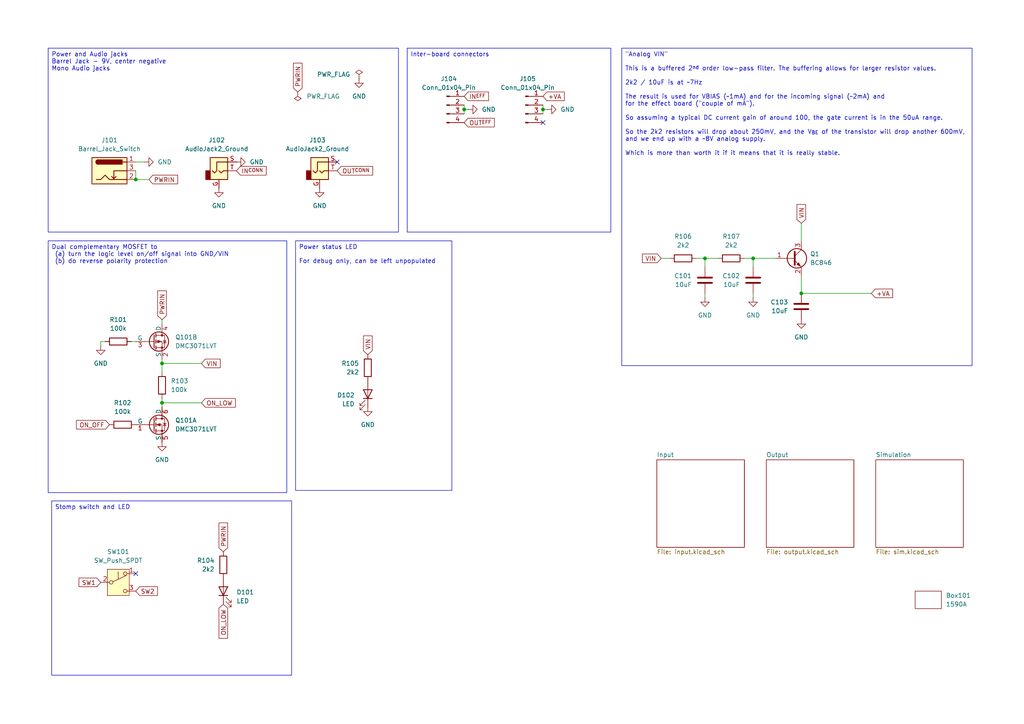
<source format=kicad_sch>
(kicad_sch (version 20250114) (generator "eeschema") (generator_version "9.0")
  (paper "A4")
  (title_block (title "Pedal Input board") (date "2025-08-18") (rev "v1.0"))
  (lib_symbols
    (symbol "Connector:Barrel_Jack_Switch" (pin_names (hide yes))
      (property "Reference" "J" (at 0 5.334 0))
      (property "Value" "Barrel_Jack_Switch" (at 0 -5.08 0))
      (symbol "Barrel_Jack_Switch_0_1"
        (rectangle (start -5.08 3.81) (end 5.08 -3.81) (stroke (width 0.254)) (fill (type background)))
        (polyline (pts (xy -3.81 -2.54) (xy -2.54 -2.54) (xy -1.27 -1.27) (xy 0 -2.54) (xy 2.54 -2.54) (xy 5.08 -2.54)) (stroke (width 0.254)))
        (arc (start -3.302 1.905) (mid -3.9343 2.54) (end -3.302 3.175) (stroke (width 0.254)))
        (arc (start -3.302 1.905) (mid -3.9343 2.54) (end -3.302 3.175) (stroke (width 0.254)) (fill (type outline)))
        (polyline (pts (xy 1.27 -2.286) (xy 1.905 -1.651)) (stroke (width 0.254)))
        (rectangle (start 3.683 3.175) (end -3.302 1.905) (stroke (width 0.254)) (fill (type outline)))
        (polyline (pts (xy 5.08 2.54) (xy 3.81 2.54)) (stroke (width 0.254)))
        (polyline (pts (xy 5.08 0) (xy 1.27 0) (xy 1.27 -2.286) (xy 0.635 -1.651)) (stroke (width 0.254)))
      )
      (symbol "Barrel_Jack_Switch_1_1"
        (pin passive line (at 7.62 2.54 180) (length 2.54) (name "~") (number "1"))
        (pin passive line (at 7.62 0 180) (length 2.54) (name "~") (number "3"))
        (pin passive line (at 7.62 -2.54 180) (length 2.54) (name "~") (number "2"))
      )
    )
    (symbol "Connector:Conn_01x04_Pin" (pin_names (offset 1.016) (hide yes))
      (property "Reference" "J" (at 0 5.08 0))
      (property "Value" "Conn_01x04_Pin" (at 0 -7.62 0))
      (symbol "Conn_01x04_Pin_1_1"
        (rectangle (start 0.8636 2.667) (end 0 2.413) (stroke (width 0.1524)) (fill (type outline)))
        (rectangle (start 0.8636 0.127) (end 0 -0.127) (stroke (width 0.1524)) (fill (type outline)))
        (rectangle (start 0.8636 -2.413) (end 0 -2.667) (stroke (width 0.1524)) (fill (type outline)))
        (rectangle (start 0.8636 -4.953) (end 0 -5.207) (stroke (width 0.1524)) (fill (type outline)))
        (polyline (pts (xy 1.27 2.54) (xy 0.8636 2.54)) (stroke (width 0.1524)))
        (polyline (pts (xy 1.27 0) (xy 0.8636 0)) (stroke (width 0.1524)))
        (polyline (pts (xy 1.27 -2.54) (xy 0.8636 -2.54)) (stroke (width 0.1524)))
        (polyline (pts (xy 1.27 -5.08) (xy 0.8636 -5.08)) (stroke (width 0.1524)))
        (pin passive line (at 5.08 2.54 180) (length 3.81) (name "Pin_1") (number "1"))
        (pin passive line (at 5.08 0 180) (length 3.81) (name "Pin_2") (number "2"))
        (pin passive line (at 5.08 -2.54 180) (length 3.81) (name "Pin_3") (number "3"))
        (pin passive line (at 5.08 -5.08 180) (length 3.81) (name "Pin_4") (number "4"))
      )
    )
    (symbol "Connector_Audio:AudioJack2_Ground"
      (property "Reference" "J" (at 0 8.89 0))
      (property "Value" "AudioJack2_Ground" (at 0 6.35 0))
      (symbol "AudioJack2_Ground_0_1"
        (rectangle (start -2.54 -2.54) (end -3.81 0) (stroke (width 0.254)) (fill (type outline)))
        (polyline (pts (xy 0 0) (xy 0.635 -0.635) (xy 1.27 0) (xy 2.54 0)) (stroke (width 0.254)))
        (rectangle (start 2.54 3.81) (end -2.54 -2.54) (stroke (width 0.254)) (fill (type background)))
        (polyline (pts (xy 2.54 2.54) (xy -0.635 2.54) (xy -0.635 0) (xy -1.27 -0.635) (xy -1.905 0)) (stroke (width 0.254)))
      )
      (symbol "AudioJack2_Ground_1_1"
        (pin passive line (at 0 -5.08 90) (length 2.54) (name "~") (number "G"))
        (pin passive line (at 5.08 2.54 180) (length 2.54) (name "~") (number "S"))
        (pin passive line (at 5.08 0 180) (length 2.54) (name "~") (number "T"))
      )
    )
    (symbol "Device:C" (pin_numbers (hide yes)) (pin_names (offset 0.254))
      (property "Reference" "C" (at 0.635 2.54 0))
      (property "Value" "C" (at 0.635 -2.54 0))
      (symbol "C_0_1"
        (polyline (pts (xy -2.032 0.762) (xy 2.032 0.762)) (stroke (width 0.508)))
        (polyline (pts (xy -2.032 -0.762) (xy 2.032 -0.762)) (stroke (width 0.508)))
      )
      (symbol "C_1_1"
        (pin passive line (at 0 3.81 270) (length 2.794) (name "~") (number "1"))
        (pin passive line (at 0 -3.81 90) (length 2.794) (name "~") (number "2"))
      )
    )
    (symbol "Device:LED" (pin_numbers (hide yes)) (pin_names (offset 1.016) (hide yes))
      (property "Reference" "D" (at 0 2.54 0))
      (property "Value" "LED" (at 0 -2.54 0))
      (symbol "LED_0_1"
        (polyline (pts (xy -3.048 -0.762) (xy -4.572 -2.286) (xy -3.81 -2.286) (xy -4.572 -2.286) (xy -4.572 -1.524)))
        (polyline (pts (xy -1.778 -0.762) (xy -3.302 -2.286) (xy -2.54 -2.286) (xy -3.302 -2.286) (xy -3.302 -1.524)))
        (polyline (pts (xy -1.27 0) (xy 1.27 0)))
        (polyline (pts (xy -1.27 -1.27) (xy -1.27 1.27)) (stroke (width 0.254)))
        (polyline (pts (xy 1.27 -1.27) (xy 1.27 1.27) (xy -1.27 0) (xy 1.27 -1.27)) (stroke (width 0.254)))
      )
      (symbol "LED_1_1"
        (pin passive line (at -3.81 0 0) (length 2.54) (name "K") (number "1"))
        (pin passive line (at 3.81 0 180) (length 2.54) (name "A") (number "2"))
      )
    )
    (symbol "Device:R" (pin_numbers (hide yes)) (pin_names (offset 0))
      (property "Reference" "R" (at 2.032 0 90))
      (property "Value" "R" (at 0 0 90))
      (symbol "R_0_1"
        (rectangle (start -1.016 -2.54) (end 1.016 2.54) (stroke (width 0.254)))
      )
      (symbol "R_1_1"
        (pin passive line (at 0 3.81 270) (length 1.27) (name "~") (number "1"))
        (pin passive line (at 0 -3.81 90) (length 1.27) (name "~") (number "2"))
      )
    )
    (symbol "Mylib:BC846" (pin_names (offset 0) (hide yes))
      (property "Reference" "Q" (at 5.08 1.27 0))
      (property "Value" "BC846" (at 5.08 -1.27 0))
      (symbol "BC846_0_1"
        (polyline (pts (xy -2.54 0) (xy 0.635 0)))
        (polyline (pts (xy 0.635 1.905) (xy 0.635 -1.905)) (stroke (width 0.508)))
        (circle (center 1.27 0) (radius 2.8194) (stroke (width 0.254)))
      )
      (symbol "BC846_1_1"
        (polyline (pts (xy 0.635 0.635) (xy 2.54 2.54)))
        (polyline (pts (xy 0.635 -0.635) (xy 2.54 -2.54)))
        (polyline (pts (xy 1.27 -1.778) (xy 1.778 -1.27) (xy 2.286 -2.286) (xy 1.27 -1.778)) (fill (type outline)))
        (pin input line (at -5.08 0 0) (length 2.54) (name "B") (number "1"))
        (pin passive line (at 2.54 5.08 270) (length 2.54) (name "C") (number "3"))
        (pin passive line (at 2.54 -5.08 90) (length 2.54) (name "E") (number "2"))
      )
    )
    (symbol "Mylib:DMC3071LVT" (pin_names (offset 0))
      (property "Reference" "Q" (at 2.54 1.905 0))
      (property "Value" "DMC3071LVT" (at 2.54 0 0))
      (symbol "DMC3071LVT_0_1"
        (polyline (pts (xy -2.286 1.905) (xy -2.286 -1.905)) (stroke (width 0.254)))
        (polyline (pts (xy -2.286 0) (xy -5.08 0)))
        (polyline (pts (xy -1.778 2.286) (xy -1.778 1.27)) (stroke (width 0.254)))
        (polyline (pts (xy -1.778 0.508) (xy -1.778 -0.508)) (stroke (width 0.254)))
        (polyline (pts (xy -1.778 -1.27) (xy -1.778 -2.286)) (stroke (width 0.254)))
        (polyline (pts (xy -1.778 -1.778) (xy 0.762 -1.778) (xy 0.762 1.778) (xy -1.778 1.778)))
        (circle (center -0.889 0) (radius 2.794) (stroke (width 0.254)))
        (polyline (pts (xy 0 2.54) (xy 0 1.778)))
        (circle (center 0 1.778) (radius 0.254) (fill (type outline)))
        (circle (center 0 -1.778) (radius 0.254) (fill (type outline)))
        (polyline (pts (xy 0 -2.54) (xy 0 0) (xy -1.778 0)))
      )
      (symbol "DMC3071LVT_1_1"
        (polyline (pts (xy -1.524 0) (xy -0.508 0.381) (xy -0.508 -0.381) (xy -1.524 0)) (fill (type outline)))
        (polyline (pts (xy 0.254 0.508) (xy 0.381 0.381) (xy 1.143 0.381) (xy 1.27 0.254)))
        (polyline (pts (xy 0.762 0.381) (xy 0.381 -0.254) (xy 1.143 -0.254) (xy 0.762 0.381)))
        (pin passive line (at -7.62 0 0) (length 2.54) (name "G") (number "1"))
        (pin passive line (at 0 5.08 270) (length 2.54) (name "D") (number "6"))
        (pin passive line (at 0 -5.08 90) (length 2.54) (name "S") (number "5"))
      )
      (symbol "DMC3071LVT_2_1"
        (polyline (pts (xy -0.254 0) (xy -1.27 0.381) (xy -1.27 -0.381) (xy -0.254 0)) (fill (type outline)))
        (polyline (pts (xy 0.254 -0.508) (xy 0.381 -0.381) (xy 1.143 -0.381) (xy 1.27 -0.254)))
        (polyline (pts (xy 0.762 -0.381) (xy 0.381 0.254) (xy 1.143 0.254) (xy 0.762 -0.381)))
        (pin passive line (at -7.62 0 0) (length 2.54) (name "G") (number "3"))
        (pin passive line (at 0 5.08 270) (length 2.54) (name "D") (number "4"))
        (pin passive line (at 0 -5.08 90) (length 2.54) (name "S") (number "2"))
      )
    )
    (symbol "Mylib:Enclosure_1590A" (exclude_from_sim yes)
      (property "Reference" "Box" (at 0 0 0))
      (property "Value" "1590A" (at 0 -2.54 0))
      (symbol "Enclosure_1590A_0_1"
        (rectangle (start -3.81 1.27) (end 3.81 -3.81))
      )
    )
    (symbol "Switch:SW_Push_SPDT" (pin_names (offset 0) (hide yes))
      (property "Reference" "SW" (at 0 5.08 0))
      (property "Value" "SW_Push_SPDT" (at 0 -5.08 0))
      (symbol "SW_Push_SPDT_0_0"
        (circle (center -2.032 0) (radius 0.508))
        (polyline (pts (xy 0 1.016) (xy 0 3.048)))
        (circle (center 2.032 -2.54) (radius 0.508))
      )
      (symbol "SW_Push_SPDT_0_1"
        (polyline (pts (xy -1.524 0.2032) (xy 2.3368 1.9812)))
        (circle (center 2.032 2.54) (radius 0.508))
      )
      (symbol "SW_Push_SPDT_1_1"
        (rectangle (start -3.175 3.81) (end 3.175 -3.81) (fill (type background)))
        (pin passive line (at -5.08 0 0) (length 2.54) (name "B") (number "2"))
        (pin passive line (at 5.08 2.54 180) (length 2.54) (name "A") (number "1"))
        (pin passive line (at 5.08 -2.54 180) (length 2.54) (name "C") (number "3"))
      )
    )
    (symbol "power:GND" (power) (pin_numbers (hide yes)) (pin_names (offset 0) (hide yes))
      (property "Value" "GND" (at 0 -3.81 0))
      (symbol "GND_0_1"
        (polyline (pts (xy 0 0) (xy 0 -1.27) (xy 1.27 -1.27) (xy 0 -2.54) (xy -1.27 -1.27) (xy 0 -1.27)))
      )
      (symbol "GND_1_1"
        (pin power_in line (at 0 0 270) (length 0) (name "~") (number "1"))
      )
    )
    (symbol "power:PWR_FLAG" (power) (pin_numbers (hide yes)) (pin_names (offset 0) (hide yes))
      (property "Value" "PWR_FLAG" (at 0 3.81 0))
      (symbol "PWR_FLAG_0_0"
        (pin power_out line (at 0 0 90) (length 0) (name "~") (number "1"))
      )
      (symbol "PWR_FLAG_0_1"
        (polyline (pts (xy 0 0) (xy 0 1.27) (xy -1.016 1.905) (xy 0 2.54) (xy 1.016 1.905) (xy 0 1.27)))
      )
    )
  )
  (text_box "Power and Audio jacks\nBarrel Jack - 9V, center negative\nMono Audio jacks" (at 13.97 13.97 0) (size 101.6 53.34) (margins 0.9525 0.9525 0.9525 0.9525) (effects (font (size 1.27 1.27)) (justify left top)))
  (text_box "Dual complementary MOSFET to\n (a) turn the logic level on/off signal into GND/VIN\n (b) do reverse polarity protection" (at 13.97 69.85 0) (size 69.215 73.025) (margins 0.9525 0.9525 0.9525 0.9525) (effects (font (size 1.27 1.27)) (justify left top)))
  (text_box "\"Analog VIN\"\n\nThis is a buffered 2^{nd} order low-pass filter. The buffering allows for larger resistor values.\n\n2k2 / 10uF is at ~7Hz\n\nThe result is used for VBIAS (~1mA) and for the incoming signal (~2mA) and\nfor the effect board (\"couple of mA\").\n\nSo assuming a typical DC current gain of around 100, the gate current is in the 50uA range.\n\nSo the 2k2 resistors will drop about 250mV, and the V_{BE} of the transistor will drop another 600mV, and we end up with a ~8V analog supply. \n\nWhich is more than worth it if it means that it is really stable." (at 180.34 13.97 0) (size 101.6 92.075) (margins 0.9525 0.9525 0.9525 0.9525) (effects (font (size 1.27 1.27)) (justify left top)))
  (text_box "Stomp switch and LED" (at 14.986 145.288 0) (size 69.596 50.546) (margins 0.9525 0.9525 0.9525 0.9525) (effects (font (size 1.27 1.27)) (justify left top)))
  (text_box "Power status LED\n\nFor debug only, can be left unpopulated" (at 85.725 69.85 0) (size 45.339 72.39) (margins 0.9525 0.9525 0.9525 0.9525) (effects (font (size 1.27 1.27)) (justify left top)))
  (text_box "Inter-board connectors" (at 118.11 13.97 0) (size 59.055 53.34) (margins 0.9525 0.9525 0.9525 0.9525) (effects (font (size 1.27 1.27)) (justify left top)))
  (junction (at 46.99 116.84))
  (junction (at 232.41 85.09))
  (junction (at 204.47 74.93))
  (junction (at 157.48 31.75))
  (junction (at 218.44 74.93))
  (junction (at 46.99 105.41))
  (junction (at 134.62 31.75))
  (junction (at 39.37 52.07))
  (no_connect (at 97.79 46.99))
  (no_connect (at 157.48 35.56))
  (no_connect (at 39.37 166.37))
  (wire (pts (xy 191.77 74.93) (xy 194.31 74.93)))
  (wire (pts (xy 134.62 30.48) (xy 134.62 31.75)))
  (wire (pts (xy 134.62 31.75) (xy 135.89 31.75)))
  (wire (pts (xy 29.21 99.06) (xy 30.48 99.06)))
  (wire (pts (xy 46.99 105.41) (xy 58.42 105.41)))
  (wire (pts (xy 218.44 85.09) (xy 218.44 86.36)))
  (wire (pts (xy 204.47 85.09) (xy 204.47 86.36)))
  (wire (pts (xy 46.99 105.41) (xy 46.99 104.14)))
  (wire (pts (xy 46.99 116.84) (xy 46.99 118.11)))
  (wire (pts (xy 157.48 31.75) (xy 158.75 31.75)))
  (wire (pts (xy 232.41 85.09) (xy 252.73 85.09)))
  (wire (pts (xy 46.99 115.57) (xy 46.99 116.84)))
  (wire (pts (xy 157.48 31.75) (xy 157.48 33.02)))
  (wire (pts (xy 232.41 64.77) (xy 232.41 69.85)))
  (wire (pts (xy 218.44 74.93) (xy 224.79 74.93)))
  (wire (pts (xy 232.41 80.01) (xy 232.41 85.09)))
  (wire (pts (xy 38.1 99.06) (xy 39.37 99.06)))
  (wire (pts (xy 46.99 116.84) (xy 58.42 116.84)))
  (wire (pts (xy 204.47 74.93) (xy 204.47 77.47)))
  (wire (pts (xy 29.21 100.33) (xy 29.21 99.06)))
  (wire (pts (xy 46.99 107.95) (xy 46.99 105.41)))
  (wire (pts (xy 46.99 93.98) (xy 46.99 92.71)))
  (wire (pts (xy 215.9 74.93) (xy 218.44 74.93)))
  (wire (pts (xy 39.37 52.07) (xy 43.18 52.07)))
  (wire (pts (xy 201.93 74.93) (xy 204.47 74.93)))
  (wire (pts (xy 39.37 46.99) (xy 41.91 46.99)))
  (wire (pts (xy 39.37 49.53) (xy 39.37 52.07)))
  (wire (pts (xy 204.47 74.93) (xy 208.28 74.93)))
  (wire (pts (xy 157.48 30.48) (xy 157.48 31.75)))
  (wire (pts (xy 218.44 74.93) (xy 218.44 77.47)))
  (wire (pts (xy 134.62 31.75) (xy 134.62 33.02)))
  (global_label "ON_LOW" (shape input) (at 58.42 116.84 0) (property "Intersheetrefs" "${INTERSHEET_REFS}" (effects (hide yes))))
  (global_label "SW1" (shape input) (at 29.21 168.91 180) (property "Intersheetrefs" "${INTERSHEET_REFS}" (effects (hide yes))))
  (global_label "PWRIN" (shape input) (at 64.77 160.02 90) (property "Intersheetrefs" "${INTERSHEET_REFS}" (effects (hide yes))))
  (global_label "IN^{EFF}" (shape input) (at 134.62 27.94 0) (property "Intersheetrefs" "${INTERSHEET_REFS}" (effects (hide yes))))
  (global_label "VIN" (shape input) (at 106.68 102.87 90) (property "Intersheetrefs" "${INTERSHEET_REFS}" (effects (hide yes))))
  (global_label "OUT^{CONN}" (shape input) (at 97.79 49.53 0) (property "Intersheetrefs" "${INTERSHEET_REFS}" (effects (hide yes))))
  (global_label "VIN" (shape input) (at 191.77 74.93 180) (property "Intersheetrefs" "${INTERSHEET_REFS}" (effects (hide yes))))
  (global_label "+VA" (shape input) (at 157.48 27.94 0) (property "Intersheetrefs" "${INTERSHEET_REFS}" (effects (hide yes))))
  (global_label "VIN" (shape input) (at 58.42 105.41 0) (property "Intersheetrefs" "${INTERSHEET_REFS}" (effects (hide yes))))
  (global_label "IN^{CONN}" (shape input) (at 68.58 49.53 0) (property "Intersheetrefs" "${INTERSHEET_REFS}" (effects (hide yes))))
  (global_label "OUT^{EFF}" (shape input) (at 134.62 35.56 0) (property "Intersheetrefs" "${INTERSHEET_REFS}" (effects (hide yes))))
  (global_label "ON_LOW" (shape input) (at 64.77 175.26 270) (property "Intersheetrefs" "${INTERSHEET_REFS}" (effects (hide yes))))
  (global_label "SW2" (shape input) (at 39.37 171.45 0) (property "Intersheetrefs" "${INTERSHEET_REFS}" (effects (hide yes))))
  (global_label "PWRIN" (shape input) (at 86.36 26.67 90) (property "Intersheetrefs" "${INTERSHEET_REFS}" (effects (hide yes))))
  (global_label "PWRIN" (shape input) (at 43.18 52.07 0) (property "Intersheetrefs" "${INTERSHEET_REFS}" (effects (hide yes))))
  (global_label "VIN" (shape input) (at 232.41 64.77 90) (property "Intersheetrefs" "${INTERSHEET_REFS}" (effects (hide yes))))
  (global_label "+VA" (shape input) (at 252.73 85.09 0) (property "Intersheetrefs" "${INTERSHEET_REFS}" (effects (hide yes))))
  (global_label "ON_OFF" (shape input) (at 31.75 123.19 180) (property "Intersheetrefs" "${INTERSHEET_REFS}" (effects (hide yes))))
  (global_label "PWRIN" (shape input) (at 46.99 92.71 90) (property "Intersheetrefs" "${INTERSHEET_REFS}" (effects (hide yes))))
  (symbol (lib_id "Device:C") (at 232.41 88.9 0) (mirror y) (unit 1)
    (property "Reference" "C103" (at 228.6 87.6299 0) (effects (justify left)))
    (property "Value" "10uF" (at 228.6 90.1699 0) (effects (justify left)))
    (property "Footprint" "Capacitor_SMD:C_1206_3216Metric" (effects (hide yes)))
    (property "Description" "Unpolarized capacitor" (effects (hide yes)))
  )
  (symbol (lib_id "Connector_Audio:AudioJack2_Ground") (at 63.5 49.53 0) (unit 1) (exclude_from_sim yes)
    (property "Reference" "J102" (at 62.865 40.64 0))
    (property "Value" "AudioJack2_Ground" (at 62.865 43.18 0))
    (property "Footprint" "Mylib:CK-6.35" (effects (hide yes)))
    (property "Description" "Audio Jack, 2 Poles (Mono / TS), Grounded Sleeve" (effects (hide yes)))
  )
  (symbol (lib_id "power:GND") (at 68.58 46.99 90) (unit 1)
    (property "Reference" "#PWR0105" (effects (hide yes)))
    (property "Value" "GND" (at 72.39 46.9899 90) (effects (justify right)))
    (property "Description" "Power symbol creates a global label with name \"GND\" , ground" (effects (hide yes)))
  )
  (symbol (lib_id "power:GND") (at 204.47 86.36 0) (unit 1)
    (property "Reference" "#PWR0111" (effects (hide yes)))
    (property "Value" "GND" (at 204.47 91.44 0))
    (property "Description" "Power symbol creates a global label with name \"GND\" , ground" (effects (hide yes)))
  )
  (symbol (lib_id "Mylib:Enclosure_1590A") (at 269.24 172.72 0) (unit 1) (exclude_from_sim yes)
    (property "Reference" "Box101" (at 274.32 172.7199 0) (effects (justify left)))
    (property "Value" "1590A" (at 274.32 175.2599 0) (effects (justify left)))
    (property "Footprint" "Mylib:1590A" (effects (hide yes)))
    (property "Datasheet" "https://www.hammfg.com/files/parts/pdf/1590A.pdf" (effects (hide yes)))
    (property "Description" "Guitar pedal enclosure" (effects (hide yes)))
  )
  (symbol (lib_id "Device:R") (at 106.68 106.68 0) (mirror y) (unit 1)
    (property "Reference" "R105" (at 104.14 105.4099 0) (effects (justify left)))
    (property "Value" "2k2" (at 104.14 107.9499 0) (effects (justify left)))
    (property "Footprint" "Resistor_SMD:R_0805_2012Metric" (effects (hide yes)))
    (property "Description" "Resistor" (effects (hide yes)))
  )
  (symbol (lib_id "Device:LED") (at 106.68 114.3 270) (mirror x) (unit 1)
    (property "Reference" "D102" (at 102.87 114.6174 90) (effects (justify right)))
    (property "Value" "LED" (at 102.87 117.1574 90) (effects (justify right)))
    (property "Footprint" "LED_SMD:LED_0805_2012Metric" (effects (hide yes)))
    (property "Description" "Light emitting diode" (effects (hide yes)))
    (property "Sim.Pins" "1=K 2=A" (effects (hide yes)))
    (property "Sim.Device" "D" (effects (hide yes)))
  )
  (symbol (lib_id "Mylib:DMC3071LVT") (at 46.99 99.06 0) (unit 2)
    (property "Reference" "Q101" (at 50.8 97.7899 0) (effects (justify left)))
    (property "Value" "DMC3071LVT" (at 50.8 100.3299 0) (effects (justify left)))
    (property "Footprint" "Package_TO_SOT_SMD:TSOT-23-6" (effects (hide yes)))
    (property "Datasheet" "https://www.diodes.com/datasheet/download/DMC3071LVT.pdf" (effects (hide yes)))
    (property "Description" "Complementary pair enhancement mode MOSFET, TSOT-23-6" (effects (hide yes)))
    (property "Sim.Library" "spice/DMC3071LVT.lib" (effects (hide yes)))
    (property "Sim.Name" "DMC3071LVT" (effects (hide yes)))
    (property "Sim.Device" "SUBCKT" (effects (hide yes)))
    (property "Sim.Pins" "1=G1 2=S2 3=G2 4=D2 5=S1 6=D1" (effects (hide yes)))
  )
  (symbol (lib_id "Device:R") (at 198.12 74.93 90) (unit 1)
    (property "Reference" "R106" (at 198.12 68.58 90))
    (property "Value" "2k2" (at 198.12 71.12 90))
    (property "Footprint" "Resistor_SMD:R_0805_2012Metric" (effects (hide yes)))
    (property "Description" "Resistor" (effects (hide yes)))
  )
  (symbol (lib_id "Device:R") (at 35.56 123.19 90) (unit 1)
    (property "Reference" "R102" (at 35.56 116.84 90))
    (property "Value" "100k" (at 35.56 119.38 90))
    (property "Footprint" "Resistor_SMD:R_0805_2012Metric" (effects (hide yes)))
    (property "Description" "Resistor" (effects (hide yes)))
  )
  (symbol (lib_id "Connector:Barrel_Jack_Switch") (at 31.75 49.53 0) (unit 1) (exclude_from_sim yes)
    (property "Reference" "J101" (at 31.75 40.64 0))
    (property "Value" "Barrel_Jack_Switch" (at 31.75 43.18 0))
    (property "Footprint" "Mylib:Wurth WR-DC 2.1mm Power Jack" (effects (hide yes)))
    (property "Description" "DC Barrel Jack with an internal switch" (effects (hide yes)))
  )
  (symbol (lib_id "Device:R") (at 34.29 99.06 270) (unit 1)
    (property "Reference" "R101" (at 34.29 92.71 90))
    (property "Value" "100k" (at 34.29 95.25 90))
    (property "Footprint" "Resistor_SMD:R_0805_2012Metric" (effects (hide yes)))
    (property "Description" "Resistor" (effects (hide yes)))
  )
  (symbol (lib_id "power:PWR_FLAG") (at 86.36 26.67 180) (unit 1)
    (property "Reference" "#FLG0101" (effects (hide yes)))
    (property "Value" "PWR_FLAG" (at 88.9 27.9399 0) (effects (justify right)))
    (property "Description" "Special symbol for telling ERC where power comes from" (effects (hide yes)))
  )
  (symbol (lib_id "power:GND") (at 92.71 54.61 0) (unit 1)
    (property "Reference" "#PWR0106" (effects (hide yes)))
    (property "Value" "GND" (at 92.71 59.69 0))
    (property "Description" "Power symbol creates a global label with name \"GND\" , ground" (effects (hide yes)))
  )
  (symbol (lib_id "Mylib:DMC3071LVT") (at 46.99 123.19 0) (unit 1)
    (property "Reference" "Q101" (at 50.8 121.9199 0) (effects (justify left)))
    (property "Value" "DMC3071LVT" (at 50.8 124.4599 0) (effects (justify left)))
    (property "Footprint" "Package_TO_SOT_SMD:TSOT-23-6" (effects (hide yes)))
    (property "Datasheet" "https://www.diodes.com/datasheet/download/DMC3071LVT.pdf" (effects (hide yes)))
    (property "Description" "Complementary pair enhancement mode MOSFET, TSOT-23-6" (effects (hide yes)))
    (property "Sim.Library" "spice/DMC3071LVT.lib" (effects (hide yes)))
    (property "Sim.Name" "DMC3071LVT" (effects (hide yes)))
    (property "Sim.Device" "SUBCKT" (effects (hide yes)))
    (property "Sim.Pins" "1=G1 2=S2 3=G2 4=D2 5=S1 6=D1" (effects (hide yes)))
  )
  (symbol (lib_id "power:GND") (at 104.14 22.86 0) (unit 1)
    (property "Reference" "#PWR0107" (effects (hide yes)))
    (property "Value" "GND" (at 104.14 27.94 0))
    (property "Description" "Power symbol creates a global label with name \"GND\" , ground" (effects (hide yes)))
  )
  (symbol (lib_id "power:GND") (at 232.41 92.71 0) (unit 1)
    (property "Reference" "#PWR0113" (effects (hide yes)))
    (property "Value" "GND" (at 232.41 97.79 0))
    (property "Description" "Power symbol creates a global label with name \"GND\" , ground" (effects (hide yes)))
  )
  (symbol (lib_id "Device:C") (at 218.44 81.28 0) (mirror y) (unit 1)
    (property "Reference" "C102" (at 214.63 80.0099 0) (effects (justify left)))
    (property "Value" "10uF" (at 214.63 82.5499 0) (effects (justify left)))
    (property "Footprint" "Capacitor_SMD:C_1206_3216Metric" (effects (hide yes)))
    (property "Description" "Unpolarized capacitor" (effects (hide yes)))
  )
  (symbol (lib_id "power:GND") (at 158.75 31.75 90) (unit 1)
    (property "Reference" "#PWR0110" (effects (hide yes)))
    (property "Value" "GND" (at 162.56 31.7499 90) (effects (justify right)))
    (property "Description" "Power symbol creates a global label with name \"GND\" , ground" (effects (hide yes)))
  )
  (symbol (lib_id "Connector:Conn_01x04_Pin") (at 152.4 30.48 0) (unit 1) (exclude_from_sim yes)
    (property "Reference" "J105" (at 153.035 22.86 0))
    (property "Value" "Conn_01x04_Pin" (at 153.035 25.4 0))
    (property "Footprint" "Connector_PinSocket_2.54mm:PinSocket_1x04_P2.54mm_Vertical" (effects (hide yes)))
    (property "Description" "Generic connector, single row, 01x04, script generated" (effects (hide yes)))
  )
  (symbol (lib_id "Device:C") (at 204.47 81.28 0) (mirror y) (unit 1)
    (property "Reference" "C101" (at 200.66 80.0099 0) (effects (justify left)))
    (property "Value" "10uF" (at 200.66 82.5499 0) (effects (justify left)))
    (property "Footprint" "Capacitor_SMD:C_1206_3216Metric" (effects (hide yes)))
    (property "Description" "Unpolarized capacitor" (effects (hide yes)))
  )
  (symbol (lib_id "power:GND") (at 46.99 128.27 0) (unit 1)
    (property "Reference" "#PWR0103" (effects (hide yes)))
    (property "Value" "GND" (at 46.99 133.35 0))
    (property "Description" "Power symbol creates a global label with name \"GND\" , ground" (effects (hide yes)))
  )
  (symbol (lib_id "Device:R") (at 64.77 163.83 0) (mirror y) (unit 1)
    (property "Reference" "R104" (at 62.23 162.5599 0) (effects (justify left)))
    (property "Value" "2k2" (at 62.23 165.0999 0) (effects (justify left)))
    (property "Footprint" "Resistor_SMD:R_0805_2012Metric" (effects (hide yes)))
    (property "Description" "Resistor" (effects (hide yes)))
  )
  (symbol (lib_id "Device:R") (at 46.99 111.76 0) (unit 1)
    (property "Reference" "R103" (at 49.53 110.4899 0) (effects (justify left)))
    (property "Value" "100k" (at 49.53 113.0299 0) (effects (justify left)))
    (property "Footprint" "Resistor_SMD:R_0805_2012Metric" (effects (hide yes)))
    (property "Description" "Resistor" (effects (hide yes)))
  )
  (symbol (lib_id "power:GND") (at 135.89 31.75 90) (unit 1)
    (property "Reference" "#PWR0109" (effects (hide yes)))
    (property "Value" "GND" (at 139.7 31.7499 90) (effects (justify right)))
    (property "Description" "Power symbol creates a global label with name \"GND\" , ground" (effects (hide yes)))
  )
  (symbol (lib_id "Switch:SW_Push_SPDT") (at 34.29 168.91 0) (unit 1)
    (property "Reference" "SW101" (at 34.29 160.02 0))
    (property "Value" "SW_Push_SPDT" (at 34.29 162.56 0))
    (property "Footprint" "Mylib:PBS-24-102P" (effects (hide yes)))
    (property "Description" "Momentary Switch, single pole double throw" (effects (hide yes)))
  )
  (symbol (lib_id "Connector:Conn_01x04_Pin") (at 129.54 30.48 0) (unit 1) (exclude_from_sim yes)
    (property "Reference" "J104" (at 130.175 22.86 0))
    (property "Value" "Conn_01x04_Pin" (at 130.175 25.4 0))
    (property "Footprint" "Connector_PinSocket_2.54mm:PinSocket_1x04_P2.54mm_Vertical" (effects (hide yes)))
    (property "Description" "Generic connector, single row, 01x04, script generated" (effects (hide yes)))
  )
  (symbol (lib_id "power:PWR_FLAG") (at 104.14 22.86 0) (mirror y) (unit 1)
    (property "Reference" "#FLG0102" (effects (hide yes)))
    (property "Value" "PWR_FLAG" (at 101.6 21.5899 0) (effects (justify left)))
    (property "Description" "Special symbol for telling ERC where power comes from" (effects (hide yes)))
  )
  (symbol (lib_id "power:GND") (at 41.91 46.99 90) (unit 1)
    (property "Reference" "#PWR0102" (effects (hide yes)))
    (property "Value" "GND" (at 45.72 46.9899 90) (effects (justify right)))
    (property "Description" "Power symbol creates a global label with name \"GND\" , ground" (effects (hide yes)))
  )
  (symbol (lib_id "power:GND") (at 218.44 86.36 0) (unit 1)
    (property "Reference" "#PWR0112" (effects (hide yes)))
    (property "Value" "GND" (at 218.44 91.44 0))
    (property "Description" "Power symbol creates a global label with name \"GND\" , ground" (effects (hide yes)))
  )
  (symbol (lib_id "Device:LED") (at 64.77 171.45 90) (unit 1)
    (property "Reference" "D101" (at 68.58 171.7674 90) (effects (justify right)))
    (property "Value" "LED" (at 68.58 174.3074 90) (effects (justify right)))
    (property "Footprint" "LED_THT:LED_D5.0mm" (effects (hide yes)))
    (property "Description" "Light emitting diode" (effects (hide yes)))
    (property "Sim.Pins" "1=K 2=A" (effects (hide yes)))
    (property "Sim.Device" "D" (effects (hide yes)))
    (property "Sim.Params" "bv_max=5 id_max=0.02" (effects (hide yes)))
  )
  (symbol (lib_id "power:GND") (at 106.68 118.11 0) (unit 1)
    (property "Reference" "#PWR0108" (effects (hide yes)))
    (property "Value" "GND" (at 106.68 123.19 0))
    (property "Description" "Power symbol creates a global label with name \"GND\" , ground" (effects (hide yes)))
  )
  (symbol (lib_id "Mylib:BC846") (at 229.87 74.93 0) (unit 1)
    (property "Reference" "Q1" (at 234.95 73.6599 0) (effects (justify left)))
    (property "Value" "BC846" (at 234.95 76.1999 0) (effects (justify left)))
    (property "Footprint" "Package_TO_SOT_SMD:SOT-23" (effects (hide yes)))
    (property "Datasheet" "https://assets.nexperia.com/documents/data-sheet/BC846X-Q_SER.pdf" (effects (hide yes)))
    (property "Description" "NPN transistor, base/emitter/collector" (effects (hide yes)))
    (property "Sim.Library" "spice/BC846A.lib" (effects (hide yes)))
    (property "Sim.Name" "BC846A" (effects (hide yes)))
    (property "Sim.Device" "SUBCKT" (effects (hide yes)))
    (property "Sim.Pins" "1=B 2=E 3=C" (effects (hide yes)))
  )
  (symbol (lib_id "Connector_Audio:AudioJack2_Ground") (at 92.71 49.53 0) (unit 1) (exclude_from_sim yes)
    (property "Reference" "J103" (at 92.075 40.64 0))
    (property "Value" "AudioJack2_Ground" (at 92.075 43.18 0))
    (property "Footprint" "Mylib:CK-6.35" (effects (hide yes)))
    (property "Description" "Audio Jack, 2 Poles (Mono / TS), Grounded Sleeve" (effects (hide yes)))
  )
  (symbol (lib_id "power:GND") (at 63.5 54.61 0) (unit 1)
    (property "Reference" "#PWR0104" (effects (hide yes)))
    (property "Value" "GND" (at 63.5 59.69 0))
    (property "Description" "Power symbol creates a global label with name \"GND\" , ground" (effects (hide yes)))
  )
  (symbol (lib_id "Device:R") (at 212.09 74.93 90) (unit 1)
    (property "Reference" "R107" (at 212.09 68.58 90))
    (property "Value" "2k2" (at 212.09 71.12 90))
    (property "Footprint" "Resistor_SMD:R_0805_2012Metric" (effects (hide yes)))
    (property "Description" "Resistor" (effects (hide yes)))
  )
  (symbol (lib_id "power:GND") (at 29.21 100.33 0) (unit 1)
    (property "Reference" "#PWR0101" (effects (hide yes)))
    (property "Value" "GND" (at 29.21 105.41 0))
    (property "Description" "Power symbol creates a global label with name \"GND\" , ground" (effects (hide yes)))
  )
  (sheet (at 222.25 133.35) (size 25.4 25.4) (stroke (width 0.1524))
    (property "Sheetname" "Output" (at 222.25 132.6384 0) (effects (justify left bottom)))
    (property "Sheetfile" "output.kicad_sch" (at 222.25 159.3346 0) (effects (justify left top)))
  )
  (sheet (at 254 133.35) (size 25.4 25.4) (stroke (width 0.1524))
    (property "Sheetname" "Simulation" (at 254 132.6384 0) (effects (justify left bottom)))
    (property "Sheetfile" "sim.kicad_sch" (at 254 159.3346 0) (effects (justify left top)))
  )
  (sheet (at 190.5 133.35) (size 25.4 25.4) (stroke (width 0.1524))
    (property "Sheetname" "Input" (at 190.5 132.6384 0) (effects (justify left bottom)))
    (property "Sheetfile" "input.kicad_sch" (at 190.5 159.3346 0) (effects (justify left top)))
  )
)
</source>
